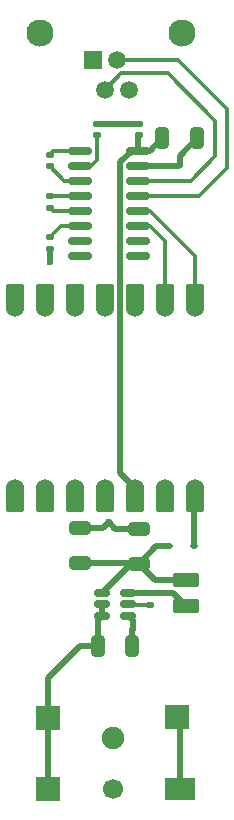
<source format=gbr>
%TF.GenerationSoftware,KiCad,Pcbnew,9.0.3*%
%TF.CreationDate,2025-09-11T19:13:47+02:00*%
%TF.ProjectId,AM03127-Controller,414d3033-3132-4372-9d43-6f6e74726f6c,rev?*%
%TF.SameCoordinates,Original*%
%TF.FileFunction,Copper,L1,Top*%
%TF.FilePolarity,Positive*%
%FSLAX46Y46*%
G04 Gerber Fmt 4.6, Leading zero omitted, Abs format (unit mm)*
G04 Created by KiCad (PCBNEW 9.0.3) date 2025-09-11 19:13:47*
%MOMM*%
%LPD*%
G01*
G04 APERTURE LIST*
G04 Aperture macros list*
%AMRoundRect*
0 Rectangle with rounded corners*
0 $1 Rounding radius*
0 $2 $3 $4 $5 $6 $7 $8 $9 X,Y pos of 4 corners*
0 Add a 4 corners polygon primitive as box body*
4,1,4,$2,$3,$4,$5,$6,$7,$8,$9,$2,$3,0*
0 Add four circle primitives for the rounded corners*
1,1,$1+$1,$2,$3*
1,1,$1+$1,$4,$5*
1,1,$1+$1,$6,$7*
1,1,$1+$1,$8,$9*
0 Add four rect primitives between the rounded corners*
20,1,$1+$1,$2,$3,$4,$5,0*
20,1,$1+$1,$4,$5,$6,$7,0*
20,1,$1+$1,$6,$7,$8,$9,0*
20,1,$1+$1,$8,$9,$2,$3,0*%
G04 Aperture macros list end*
%TA.AperFunction,ComponentPad*%
%ADD10C,2.300000*%
%TD*%
%TA.AperFunction,ComponentPad*%
%ADD11R,1.500000X1.500000*%
%TD*%
%TA.AperFunction,ComponentPad*%
%ADD12C,1.500000*%
%TD*%
%TA.AperFunction,SMDPad,CuDef*%
%ADD13RoundRect,0.250000X0.650000X-0.325000X0.650000X0.325000X-0.650000X0.325000X-0.650000X-0.325000X0*%
%TD*%
%TA.AperFunction,ComponentPad*%
%ADD14C,1.900000*%
%TD*%
%TA.AperFunction,ComponentPad*%
%ADD15C,1.700000*%
%TD*%
%TA.AperFunction,SMDPad,CuDef*%
%ADD16R,2.100000X2.000000*%
%TD*%
%TA.AperFunction,SMDPad,CuDef*%
%ADD17R,2.500000X1.900000*%
%TD*%
%TA.AperFunction,SMDPad,CuDef*%
%ADD18R,2.000000X2.000000*%
%TD*%
%TA.AperFunction,SMDPad,CuDef*%
%ADD19RoundRect,0.150000X-0.825000X-0.150000X0.825000X-0.150000X0.825000X0.150000X-0.825000X0.150000X0*%
%TD*%
%TA.AperFunction,SMDPad,CuDef*%
%ADD20RoundRect,0.112500X0.187500X0.112500X-0.187500X0.112500X-0.187500X-0.112500X0.187500X-0.112500X0*%
%TD*%
%TA.AperFunction,SMDPad,CuDef*%
%ADD21RoundRect,0.140000X0.170000X-0.140000X0.170000X0.140000X-0.170000X0.140000X-0.170000X-0.140000X0*%
%TD*%
%TA.AperFunction,SMDPad,CuDef*%
%ADD22RoundRect,0.140000X-0.170000X0.140000X-0.170000X-0.140000X0.170000X-0.140000X0.170000X0.140000X0*%
%TD*%
%TA.AperFunction,SMDPad,CuDef*%
%ADD23RoundRect,0.250000X-0.325000X-0.650000X0.325000X-0.650000X0.325000X0.650000X-0.325000X0.650000X0*%
%TD*%
%TA.AperFunction,SMDPad,CuDef*%
%ADD24RoundRect,0.250000X0.850000X-0.375000X0.850000X0.375000X-0.850000X0.375000X-0.850000X-0.375000X0*%
%TD*%
%TA.AperFunction,SMDPad,CuDef*%
%ADD25RoundRect,0.150000X-0.512500X-0.150000X0.512500X-0.150000X0.512500X0.150000X-0.512500X0.150000X0*%
%TD*%
%TA.AperFunction,SMDPad,CuDef*%
%ADD26RoundRect,0.152400X0.609600X-1.063600X0.609600X1.063600X-0.609600X1.063600X-0.609600X-1.063600X0*%
%TD*%
%TA.AperFunction,ComponentPad*%
%ADD27C,1.524000*%
%TD*%
%TA.AperFunction,SMDPad,CuDef*%
%ADD28RoundRect,0.152400X-0.609600X1.063600X-0.609600X-1.063600X0.609600X-1.063600X0.609600X1.063600X0*%
%TD*%
%TA.AperFunction,ViaPad*%
%ADD29C,0.600000*%
%TD*%
%TA.AperFunction,Conductor*%
%ADD30C,0.500000*%
%TD*%
%TA.AperFunction,Conductor*%
%ADD31C,0.300000*%
%TD*%
%TA.AperFunction,Conductor*%
%ADD32C,0.400000*%
%TD*%
G04 APERTURE END LIST*
D10*
%TO.P,RJ11,*%
%TO.N,*%
X141172500Y-74532500D03*
X129172500Y-74532500D03*
D11*
%TO.P,RJ11,1,1*%
%TO.N,GND*%
X133642500Y-76832500D03*
D12*
%TO.P,RJ11,2,2*%
%TO.N,/RS232 TX*%
X134662500Y-79372500D03*
%TO.P,RJ11,3,3*%
%TO.N,/RS232 RX*%
X135682500Y-76832500D03*
%TO.P,RJ11,4,4*%
%TO.N,unconnected-(RJ11-Pad4)*%
X136702500Y-79372500D03*
%TD*%
D13*
%TO.P,C3,1*%
%TO.N,/BuckFeedback*%
X137500000Y-119500000D03*
%TO.P,C3,2*%
%TO.N,GND*%
X137500000Y-116540000D03*
%TD*%
D14*
%TO.P,DC1,*%
%TO.N,*%
X135300000Y-134250000D03*
D15*
X135300000Y-138550000D03*
D16*
%TO.P,DC1,1,1*%
%TO.N,+12V*%
X129800000Y-132550000D03*
X129800000Y-138550000D03*
D17*
%TO.P,DC1,2,2*%
%TO.N,GND*%
X141000000Y-138550000D03*
D18*
%TO.P,DC1,3,3*%
X140750000Y-132450000D03*
%TD*%
D19*
%TO.P,U3,1,C1+*%
%TO.N,Net-(U3-C1+)*%
X132525000Y-84555000D03*
%TO.P,U3,2,VS+*%
%TO.N,Net-(U3-VS+)*%
X132525000Y-85825000D03*
%TO.P,U3,3,C1-*%
%TO.N,Net-(U3-C1-)*%
X132525000Y-87095000D03*
%TO.P,U3,4,C2+*%
%TO.N,Net-(U3-C2+)*%
X132525000Y-88365000D03*
%TO.P,U3,5,C2-*%
%TO.N,Net-(U3-C2-)*%
X132525000Y-89635000D03*
%TO.P,U3,6,VS-*%
%TO.N,Net-(U3-VS-)*%
X132525000Y-90905000D03*
%TO.P,U3,7,T2OUT*%
%TO.N,unconnected-(U3-T2OUT-Pad7)*%
X132525000Y-92175000D03*
%TO.P,U3,8,R2IN*%
%TO.N,unconnected-(U3-R2IN-Pad8)*%
X132525000Y-93445000D03*
%TO.P,U3,9,R2OUT*%
%TO.N,unconnected-(U3-R2OUT-Pad9)*%
X137475000Y-93445000D03*
%TO.P,U3,10,T2IN*%
%TO.N,unconnected-(U3-T2IN-Pad10)*%
X137475000Y-92175000D03*
%TO.P,U3,11,T1IN*%
%TO.N,/UART TX*%
X137475000Y-90905000D03*
%TO.P,U3,12,R1OUT*%
%TO.N,/UART RX*%
X137475000Y-89635000D03*
%TO.P,U3,13,R1IN*%
%TO.N,/RS232 RX*%
X137475000Y-88365000D03*
%TO.P,U3,14,T1OUT*%
%TO.N,/RS232 TX*%
X137475000Y-87095000D03*
%TO.P,U3,15,GND*%
%TO.N,GND*%
X137475000Y-85825000D03*
%TO.P,U3,16,VCC*%
%TO.N,+3.3V*%
X137475000Y-84555000D03*
%TD*%
D20*
%TO.P,D1,1*%
%TO.N,+5V*%
X142200000Y-118000000D03*
%TO.P,D1,2*%
%TO.N,/BuckFeedback*%
X140100000Y-118000000D03*
%TD*%
D13*
%TO.P,C2,1*%
%TO.N,/BuckFeedback*%
X132500000Y-119480000D03*
%TO.P,C2,2*%
%TO.N,GND*%
X132500000Y-116520000D03*
%TD*%
D21*
%TO.P,C4,1*%
%TO.N,Net-(U1-SW)*%
X138500000Y-123000000D03*
%TO.P,C4,2*%
%TO.N,/BuckOut*%
X138500000Y-122000000D03*
%TD*%
D22*
%TO.P,C10,1*%
%TO.N,Net-(U3-VS-)*%
X129961800Y-91865000D03*
%TO.P,C10,2*%
%TO.N,GND*%
X129961800Y-92865000D03*
%TD*%
D21*
%TO.P,C9,1*%
%TO.N,Net-(U3-VS+)*%
X134000000Y-83250000D03*
%TO.P,C9,2*%
%TO.N,GND*%
X134000000Y-82250000D03*
%TD*%
D23*
%TO.P,C1,1*%
%TO.N,+12V*%
X134020000Y-126500000D03*
%TO.P,C1,2*%
%TO.N,GND*%
X136980000Y-126500000D03*
%TD*%
D24*
%TO.P,L1,1,1*%
%TO.N,/BuckOut*%
X141500000Y-123075000D03*
%TO.P,L1,2,2*%
%TO.N,/BuckFeedback*%
X141500000Y-120925000D03*
%TD*%
D23*
%TO.P,C6,1*%
%TO.N,+3.3V*%
X139520000Y-83500000D03*
%TO.P,C6,2*%
%TO.N,GND*%
X142480000Y-83500000D03*
%TD*%
D25*
%TO.P,U1,1,FB*%
%TO.N,/BuckFeedback*%
X134362500Y-122000000D03*
%TO.P,U1,2,EN*%
%TO.N,+12V*%
X134362500Y-122950000D03*
%TO.P,U1,3,IN*%
X134362500Y-123900000D03*
%TO.P,U1,4,GND*%
%TO.N,GND*%
X136637500Y-123900000D03*
%TO.P,U1,5,SW*%
%TO.N,Net-(U1-SW)*%
X136637500Y-122950000D03*
%TO.P,U1,6,BST*%
%TO.N,/BuckOut*%
X136637500Y-122000000D03*
%TD*%
D21*
%TO.P,C5,1*%
%TO.N,+3.3V*%
X137500000Y-83250000D03*
%TO.P,C5,2*%
%TO.N,GND*%
X137500000Y-82250000D03*
%TD*%
D22*
%TO.P,C7,1*%
%TO.N,Net-(U3-C1+)*%
X129961800Y-84865000D03*
%TO.P,C7,2*%
%TO.N,Net-(U3-C1-)*%
X129961800Y-85865000D03*
%TD*%
D26*
%TO.P,U2,1,GPIO2/A0/D0*%
%TO.N,/UART RX*%
X142240000Y-97000000D03*
D27*
X142240000Y-97835000D03*
D26*
%TO.P,U2,2,GPIO3/A1/D1*%
%TO.N,/UART TX*%
X139700000Y-97000000D03*
D27*
X139700000Y-97835000D03*
D26*
%TO.P,U2,3,GPIO4/A2/D2*%
%TO.N,unconnected-(U2-GPIO4{slash}A2{slash}D2-Pad3)*%
X137160000Y-97000000D03*
D27*
%TO.N,unconnected-(U2-GPIO4{slash}A2{slash}D2-Pad3)_1*%
X137160000Y-97835000D03*
D26*
%TO.P,U2,4,GPIO5/A3/D3*%
%TO.N,unconnected-(U2-GPIO5{slash}A3{slash}D3-Pad4)_1*%
X134620000Y-97000000D03*
D27*
%TO.N,unconnected-(U2-GPIO5{slash}A3{slash}D3-Pad4)*%
X134620000Y-97835000D03*
D26*
%TO.P,U2,5,GPIO6/D4/SDA*%
%TO.N,unconnected-(U2-GPIO6{slash}D4{slash}SDA-Pad5)*%
X132080000Y-97000000D03*
D27*
%TO.N,unconnected-(U2-GPIO6{slash}D4{slash}SDA-Pad5)_1*%
X132080000Y-97835000D03*
D26*
%TO.P,U2,6,GPIO7/D5/SCL*%
%TO.N,unconnected-(U2-GPIO7{slash}D5{slash}SCL-Pad6)*%
X129540000Y-97000000D03*
D27*
%TO.N,unconnected-(U2-GPIO7{slash}D5{slash}SCL-Pad6)_1*%
X129540000Y-97835000D03*
D26*
%TO.P,U2,7,GPIO21/D6/TX*%
%TO.N,unconnected-(U2-GPIO21{slash}D6{slash}TX-Pad7)*%
X127000000Y-97000000D03*
D27*
%TO.N,unconnected-(U2-GPIO21{slash}D6{slash}TX-Pad7)_1*%
X127000000Y-97835000D03*
%TO.P,U2,8,GPIO20/D7/RX*%
%TO.N,unconnected-(U2-GPIO20{slash}D7{slash}RX-Pad8)*%
X127000000Y-113075000D03*
D28*
%TO.N,unconnected-(U2-GPIO20{slash}D7{slash}RX-Pad8)_1*%
X127000000Y-113910000D03*
D27*
%TO.P,U2,9,GPIO8/D8/SCK*%
%TO.N,unconnected-(U2-GPIO8{slash}D8{slash}SCK-Pad9)*%
X129540000Y-113075000D03*
D28*
%TO.N,unconnected-(U2-GPIO8{slash}D8{slash}SCK-Pad9)_1*%
X129540000Y-113910000D03*
D27*
%TO.P,U2,10,GPIO9/D9/MISO*%
%TO.N,unconnected-(U2-GPIO9{slash}D9{slash}MISO-Pad10)_1*%
X132080000Y-113075000D03*
D28*
%TO.N,unconnected-(U2-GPIO9{slash}D9{slash}MISO-Pad10)*%
X132080000Y-113910000D03*
D27*
%TO.P,U2,11,GPIO10/D10/MOSI*%
%TO.N,unconnected-(U2-GPIO10{slash}D10{slash}MOSI-Pad11)*%
X134620000Y-113075000D03*
D28*
%TO.N,unconnected-(U2-GPIO10{slash}D10{slash}MOSI-Pad11)_1*%
X134620000Y-113910000D03*
D27*
%TO.P,U2,12,VCC_3V3*%
%TO.N,+3.3V*%
X137160000Y-113075000D03*
D28*
X137160000Y-113910000D03*
D27*
%TO.P,U2,13,GND*%
%TO.N,GND*%
X139700000Y-113075000D03*
D28*
X139700000Y-113910000D03*
D27*
%TO.P,U2,14,VBUS*%
%TO.N,+5V*%
X142240000Y-113075000D03*
D28*
X142240000Y-113910000D03*
%TD*%
D22*
%TO.P,C8,1*%
%TO.N,Net-(U3-C2+)*%
X129961800Y-88365000D03*
%TO.P,C8,2*%
%TO.N,Net-(U3-C2-)*%
X129961800Y-89365000D03*
%TD*%
D29*
%TO.N,GND*%
X135000000Y-116000000D03*
X141000000Y-136000000D03*
X141000000Y-85750000D03*
X135750000Y-82250000D03*
X137000000Y-125000000D03*
X130000000Y-94000000D03*
%TD*%
D30*
%TO.N,GND*%
X136980000Y-126500000D02*
X136980000Y-125020000D01*
X141000000Y-138550000D02*
X141000000Y-136000000D01*
X135540000Y-116540000D02*
X135000000Y-116000000D01*
X132500000Y-116520000D02*
X134480000Y-116520000D01*
X141000000Y-136000000D02*
X141000000Y-132700000D01*
X137500000Y-82250000D02*
X135750000Y-82250000D01*
X130000000Y-92903200D02*
X129961800Y-92865000D01*
X134000000Y-82250000D02*
X135750000Y-82250000D01*
X136980000Y-125020000D02*
X137000000Y-125000000D01*
X130000000Y-94000000D02*
X130000000Y-92903200D01*
X137000000Y-125000000D02*
X137000000Y-124262500D01*
X141000000Y-132700000D02*
X140750000Y-132450000D01*
X137000000Y-124262500D02*
X136637500Y-123900000D01*
D31*
X133642500Y-77357500D02*
X133642500Y-76832500D01*
D30*
X137500000Y-116540000D02*
X135540000Y-116540000D01*
X141000000Y-85750000D02*
X141000000Y-84980000D01*
X134480000Y-116520000D02*
X135000000Y-116000000D01*
X141000000Y-84980000D02*
X142480000Y-83500000D01*
X137475000Y-85825000D02*
X140925000Y-85825000D01*
X140925000Y-85825000D02*
X141000000Y-85750000D01*
D31*
%TO.N,Net-(U3-C1-)*%
X132525000Y-87095000D02*
X131191800Y-87095000D01*
X131191800Y-87095000D02*
X129961800Y-85865000D01*
%TO.N,Net-(U3-C1+)*%
X130271800Y-84555000D02*
X129961800Y-84865000D01*
X132525000Y-84555000D02*
X130271800Y-84555000D01*
%TO.N,Net-(U3-C2+)*%
X132525000Y-88365000D02*
X129961800Y-88365000D01*
%TO.N,Net-(U3-C2-)*%
X132525000Y-89635000D02*
X132447300Y-89712700D01*
X130231800Y-89635000D02*
X129961800Y-89365000D01*
X132525000Y-89635000D02*
X130231800Y-89635000D01*
%TO.N,Net-(U3-VS+)*%
X134000000Y-85324999D02*
X134000000Y-83250000D01*
X132525000Y-85825000D02*
X133499999Y-85825000D01*
X133499999Y-85825000D02*
X134000000Y-85324999D01*
D30*
%TO.N,+12V*%
X129800000Y-138550000D02*
X129800000Y-132550000D01*
X129800000Y-129200000D02*
X132500000Y-126500000D01*
X134020000Y-124242500D02*
X134362500Y-123900000D01*
X134020000Y-126500000D02*
X134020000Y-124242500D01*
X129800000Y-132550000D02*
X129800000Y-129200000D01*
X132500000Y-126500000D02*
X134020000Y-126500000D01*
X134362500Y-123900000D02*
X134362500Y-122950000D01*
D31*
%TO.N,Net-(U3-VS-)*%
X130921800Y-90905000D02*
X132525000Y-90905000D01*
X129961800Y-91865000D02*
X130921800Y-90905000D01*
D30*
%TO.N,+3.3V*%
X137500000Y-84530000D02*
X137475000Y-84555000D01*
X138465000Y-84555000D02*
X139520000Y-83500000D01*
X137160000Y-113910000D02*
X137160000Y-113075000D01*
X137500000Y-84500000D02*
X137500000Y-84530000D01*
X137475000Y-84555000D02*
X138465000Y-84555000D01*
X137475000Y-84555000D02*
X137475000Y-83275000D01*
X135947000Y-85523900D02*
X136915900Y-84555000D01*
X135947000Y-111862000D02*
X135947000Y-85523900D01*
X137420000Y-84500000D02*
X137475000Y-84555000D01*
X137160000Y-113075000D02*
X135947000Y-111862000D01*
X136915900Y-84555000D02*
X137475000Y-84555000D01*
X137475000Y-83275000D02*
X137500000Y-83250000D01*
D31*
%TO.N,/RS232 TX*%
X144000000Y-82000000D02*
X140000000Y-78000000D01*
X140000000Y-78000000D02*
X136035000Y-78000000D01*
X141905000Y-87095000D02*
X144000000Y-85000000D01*
X137475000Y-87095000D02*
X141905000Y-87095000D01*
X136811146Y-87095000D02*
X137475000Y-87095000D01*
X136035000Y-78000000D02*
X134662500Y-79372500D01*
X144000000Y-85000000D02*
X144000000Y-82000000D01*
%TO.N,Net-(U1-SW)*%
X138500000Y-123000000D02*
X136687500Y-123000000D01*
X136687500Y-123000000D02*
X136637500Y-122950000D01*
%TO.N,/RS232 RX*%
X140832500Y-76832500D02*
X135682500Y-76832500D01*
X135645450Y-76832500D02*
X135682500Y-76832500D01*
X145000000Y-86000000D02*
X145000000Y-81000000D01*
X137475000Y-88365000D02*
X142635000Y-88365000D01*
X145000000Y-81000000D02*
X140832500Y-76832500D01*
X142635000Y-88365000D02*
X145000000Y-86000000D01*
%TO.N,/UART TX*%
X139700000Y-97000000D02*
X139700000Y-97835000D01*
X139700000Y-92155001D02*
X139700000Y-97835000D01*
X137475000Y-90905000D02*
X138449999Y-90905000D01*
X138449999Y-90905000D02*
X139700000Y-92155001D01*
%TO.N,/UART RX*%
X138449999Y-89635000D02*
X142240000Y-93425001D01*
X137475000Y-89635000D02*
X138449999Y-89635000D01*
X142240000Y-97835000D02*
X142240000Y-97000000D01*
X142240000Y-93425001D02*
X142240000Y-97835000D01*
D30*
%TO.N,+5V*%
X142200000Y-118000000D02*
X142200000Y-113950000D01*
X142200000Y-113950000D02*
X142240000Y-113910000D01*
D32*
X142240000Y-113075000D02*
X142240000Y-113910000D01*
D30*
%TO.N,/BuckFeedback*%
X138925000Y-120925000D02*
X137500000Y-119500000D01*
X132500000Y-119480000D02*
X137480000Y-119480000D01*
X139000000Y-118000000D02*
X137500000Y-119500000D01*
X140100000Y-118000000D02*
X139000000Y-118000000D01*
X136862500Y-119500000D02*
X134362500Y-122000000D01*
X137500000Y-119500000D02*
X136862500Y-119500000D01*
X141500000Y-120925000D02*
X138925000Y-120925000D01*
X137480000Y-119480000D02*
X137500000Y-119500000D01*
%TO.N,/BuckOut*%
X136637500Y-122000000D02*
X138500000Y-122000000D01*
X141500000Y-123075000D02*
X140425000Y-122000000D01*
X140425000Y-122000000D02*
X138500000Y-122000000D01*
%TD*%
M02*

</source>
